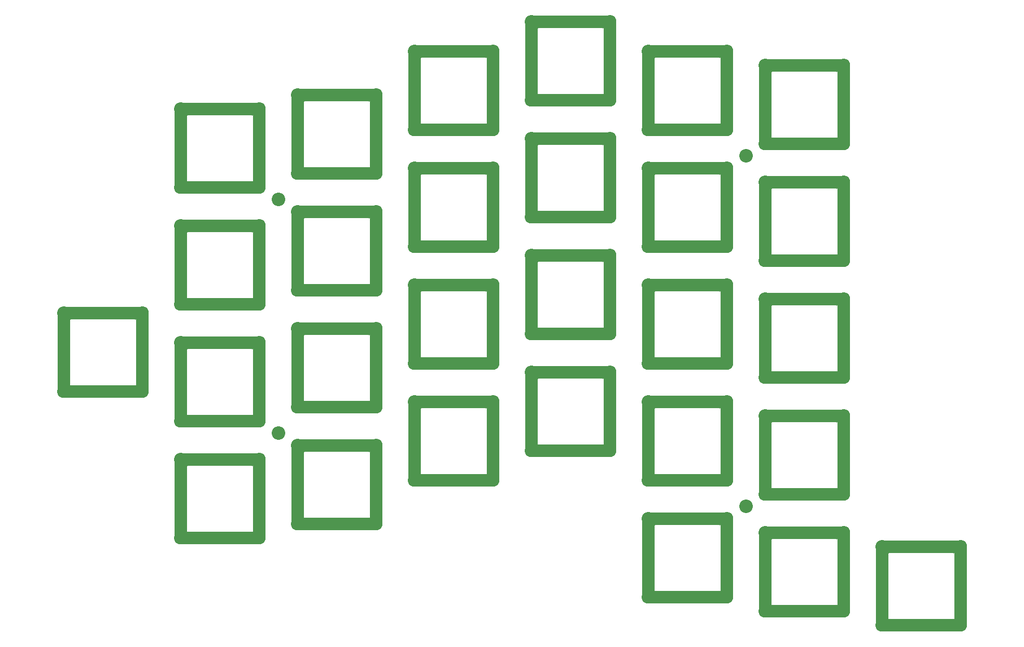
<source format=gbs>
G04 #@! TF.GenerationSoftware,KiCad,Pcbnew,(5.99.0-10902-g92c4596252)*
G04 #@! TF.CreationDate,2021-10-13T13:09:15+08:00*
G04 #@! TF.ProjectId,plate,706c6174-652e-46b6-9963-61645f706362,rev?*
G04 #@! TF.SameCoordinates,Original*
G04 #@! TF.FileFunction,Soldermask,Bot*
G04 #@! TF.FilePolarity,Negative*
%FSLAX46Y46*%
G04 Gerber Fmt 4.6, Leading zero omitted, Abs format (unit mm)*
G04 Created by KiCad (PCBNEW (5.99.0-10902-g92c4596252)) date 2021-10-13 13:09:15*
%MOMM*%
%LPD*%
G01*
G04 APERTURE LIST*
%ADD10C,2.202000*%
%ADD11O,2.102000X14.902000*%
%ADD12O,14.902000X2.102000*%
G04 APERTURE END LIST*
D10*
X184277000Y-73660000D03*
D11*
X187402000Y-122428000D03*
X200202000Y-122418000D03*
D12*
X193802000Y-128828000D03*
X193802000Y-116028000D03*
X117602000Y-101804000D03*
X117602000Y-114604000D03*
D11*
X124002000Y-108194000D03*
X111202000Y-108204000D03*
D12*
X136652000Y-113742000D03*
D11*
X143052000Y-120132000D03*
D12*
X136652000Y-126542000D03*
D11*
X130252000Y-120142000D03*
X168352000Y-120142000D03*
X181152000Y-120132000D03*
D12*
X174752000Y-113742000D03*
X174752000Y-126542000D03*
D11*
X181152000Y-62982000D03*
X168352000Y-62992000D03*
D12*
X174752000Y-69392000D03*
X174752000Y-56592000D03*
X155702000Y-51766000D03*
X155702000Y-64566000D03*
D11*
X162102000Y-58156000D03*
X149302000Y-58166000D03*
D12*
X155702000Y-108916000D03*
D11*
X162102000Y-115306000D03*
X149302000Y-115316000D03*
D12*
X155702000Y-121716000D03*
D11*
X104952000Y-72380000D03*
D12*
X98552000Y-65990000D03*
D11*
X92152000Y-72390000D03*
D12*
X98552000Y-78790000D03*
X98552000Y-104090000D03*
X98552000Y-116890000D03*
D11*
X92152000Y-110490000D03*
X104952000Y-110480000D03*
X124002000Y-127244000D03*
D12*
X117602000Y-133654000D03*
X117602000Y-120854000D03*
D11*
X111202000Y-127254000D03*
D12*
X174752000Y-88442000D03*
D11*
X168352000Y-82042000D03*
X181152000Y-82032000D03*
D12*
X174752000Y-75642000D03*
D10*
X108077000Y-80772000D03*
D12*
X193802000Y-77928000D03*
D11*
X187402000Y-84328000D03*
D12*
X193802000Y-90728000D03*
D11*
X200202000Y-84318000D03*
D12*
X193802000Y-147878000D03*
D11*
X187402000Y-141478000D03*
X200202000Y-141468000D03*
D12*
X193802000Y-135078000D03*
X174752000Y-145592000D03*
D11*
X168352000Y-139192000D03*
X181152000Y-139182000D03*
D12*
X174752000Y-132792000D03*
X117602000Y-95554000D03*
D11*
X124002000Y-89144000D03*
D12*
X117602000Y-82754000D03*
D11*
X111202000Y-89154000D03*
X219252000Y-143754000D03*
X206452000Y-143764000D03*
D12*
X212852000Y-137364000D03*
X212852000Y-150164000D03*
X98552000Y-85040000D03*
D11*
X104952000Y-91430000D03*
D12*
X98552000Y-97840000D03*
D11*
X92152000Y-91440000D03*
X143052000Y-101082000D03*
D12*
X136652000Y-107492000D03*
X136652000Y-94692000D03*
D11*
X130252000Y-101092000D03*
X149302000Y-96266000D03*
D12*
X155702000Y-102666000D03*
X155702000Y-89866000D03*
D11*
X162102000Y-96256000D03*
D12*
X155702000Y-70816000D03*
X155702000Y-83616000D03*
D11*
X149302000Y-77216000D03*
X162102000Y-77206000D03*
D10*
X108077000Y-118872000D03*
D11*
X187402000Y-65278000D03*
D12*
X193802000Y-58878000D03*
X193802000Y-71678000D03*
D11*
X200202000Y-65268000D03*
X143052000Y-82032000D03*
D12*
X136652000Y-75642000D03*
X136652000Y-88442000D03*
D11*
X130252000Y-82042000D03*
X181152000Y-101082000D03*
X168352000Y-101092000D03*
D12*
X174752000Y-94692000D03*
X174752000Y-107492000D03*
X79502000Y-99264000D03*
D11*
X73102000Y-105664000D03*
D12*
X79502000Y-112064000D03*
D11*
X85902000Y-105654000D03*
D10*
X184277000Y-130810000D03*
D12*
X117602000Y-63704000D03*
D11*
X111202000Y-70104000D03*
X124002000Y-70094000D03*
D12*
X117602000Y-76504000D03*
D11*
X143052000Y-62982000D03*
D12*
X136652000Y-56592000D03*
X136652000Y-69392000D03*
D11*
X130252000Y-62992000D03*
D12*
X98552000Y-135940000D03*
D11*
X92152000Y-129540000D03*
X104952000Y-129530000D03*
D12*
X98552000Y-123140000D03*
D11*
X187402000Y-103378000D03*
X200202000Y-103368000D03*
D12*
X193802000Y-96978000D03*
X193802000Y-109778000D03*
G36*
X218202732Y-138414000D02*
G01*
X218203000Y-138415000D01*
X218203000Y-138539999D01*
X218202000Y-138541731D01*
X218200000Y-138541731D01*
X218199081Y-138540562D01*
X218179404Y-138473547D01*
X218127001Y-138428141D01*
X218075787Y-138417000D01*
X207628286Y-138417000D01*
X207561547Y-138436596D01*
X207516141Y-138488999D01*
X207504954Y-138540424D01*
X207503609Y-138541904D01*
X207501655Y-138541479D01*
X207501000Y-138539999D01*
X207501000Y-138415000D01*
X207502000Y-138413268D01*
X207503000Y-138413000D01*
X218201000Y-138413000D01*
X218202732Y-138414000D01*
G37*
G36*
X199152732Y-136128000D02*
G01*
X199153000Y-136129000D01*
X199153000Y-136253999D01*
X199152000Y-136255731D01*
X199150000Y-136255731D01*
X199149081Y-136254562D01*
X199129404Y-136187547D01*
X199077001Y-136142141D01*
X199025787Y-136131000D01*
X188578286Y-136131000D01*
X188511547Y-136150596D01*
X188466141Y-136202999D01*
X188454954Y-136254424D01*
X188453609Y-136255904D01*
X188451655Y-136255479D01*
X188451000Y-136253999D01*
X188451000Y-136129000D01*
X188452000Y-136127268D01*
X188453000Y-136127000D01*
X199151000Y-136127000D01*
X199152732Y-136128000D01*
G37*
G36*
X180102732Y-133842000D02*
G01*
X180103000Y-133843000D01*
X180103000Y-133967999D01*
X180102000Y-133969731D01*
X180100000Y-133969731D01*
X180099081Y-133968562D01*
X180079404Y-133901547D01*
X180027001Y-133856141D01*
X179975787Y-133845000D01*
X169528286Y-133845000D01*
X169461547Y-133864596D01*
X169416141Y-133916999D01*
X169404954Y-133968424D01*
X169403609Y-133969904D01*
X169401655Y-133969479D01*
X169401000Y-133967999D01*
X169401000Y-133843000D01*
X169402000Y-133841268D01*
X169403000Y-133841000D01*
X180101000Y-133841000D01*
X180102732Y-133842000D01*
G37*
G36*
X103902732Y-124190000D02*
G01*
X103903000Y-124191000D01*
X103903000Y-124315999D01*
X103902000Y-124317731D01*
X103900000Y-124317731D01*
X103899081Y-124316562D01*
X103879404Y-124249547D01*
X103827001Y-124204141D01*
X103775787Y-124193000D01*
X93328286Y-124193000D01*
X93261547Y-124212596D01*
X93216141Y-124264999D01*
X93204954Y-124316424D01*
X93203609Y-124317904D01*
X93201655Y-124317479D01*
X93201000Y-124315999D01*
X93201000Y-124191000D01*
X93202000Y-124189268D01*
X93203000Y-124189000D01*
X103901000Y-124189000D01*
X103902732Y-124190000D01*
G37*
G36*
X122952732Y-121904000D02*
G01*
X122953000Y-121905000D01*
X122953000Y-122029999D01*
X122952000Y-122031731D01*
X122950000Y-122031731D01*
X122949081Y-122030562D01*
X122929404Y-121963547D01*
X122877001Y-121918141D01*
X122825787Y-121907000D01*
X112378286Y-121907000D01*
X112311547Y-121926596D01*
X112266141Y-121978999D01*
X112254954Y-122030424D01*
X112253609Y-122031904D01*
X112251655Y-122031479D01*
X112251000Y-122029999D01*
X112251000Y-121905000D01*
X112252000Y-121903268D01*
X112253000Y-121903000D01*
X122951000Y-121903000D01*
X122952732Y-121904000D01*
G37*
G36*
X199152732Y-117078000D02*
G01*
X199153000Y-117079000D01*
X199153000Y-117203999D01*
X199152000Y-117205731D01*
X199150000Y-117205731D01*
X199149081Y-117204562D01*
X199129404Y-117137547D01*
X199077001Y-117092141D01*
X199025787Y-117081000D01*
X188578286Y-117081000D01*
X188511547Y-117100596D01*
X188466141Y-117152999D01*
X188454954Y-117204424D01*
X188453609Y-117205904D01*
X188451655Y-117205479D01*
X188451000Y-117203999D01*
X188451000Y-117079000D01*
X188452000Y-117077268D01*
X188453000Y-117077000D01*
X199151000Y-117077000D01*
X199152732Y-117078000D01*
G37*
G36*
X180102732Y-114792000D02*
G01*
X180103000Y-114793000D01*
X180103000Y-114917999D01*
X180102000Y-114919731D01*
X180100000Y-114919731D01*
X180099081Y-114918562D01*
X180079404Y-114851547D01*
X180027001Y-114806141D01*
X179975787Y-114795000D01*
X169528286Y-114795000D01*
X169461547Y-114814596D01*
X169416141Y-114866999D01*
X169404954Y-114918424D01*
X169403609Y-114919904D01*
X169401655Y-114919479D01*
X169401000Y-114917999D01*
X169401000Y-114793000D01*
X169402000Y-114791268D01*
X169403000Y-114791000D01*
X180101000Y-114791000D01*
X180102732Y-114792000D01*
G37*
G36*
X142002732Y-114792000D02*
G01*
X142003000Y-114793000D01*
X142003000Y-114917999D01*
X142002000Y-114919731D01*
X142000000Y-114919731D01*
X141999081Y-114918562D01*
X141979404Y-114851547D01*
X141927001Y-114806141D01*
X141875787Y-114795000D01*
X131428286Y-114795000D01*
X131361547Y-114814596D01*
X131316141Y-114866999D01*
X131304954Y-114918424D01*
X131303609Y-114919904D01*
X131301655Y-114919479D01*
X131301000Y-114917999D01*
X131301000Y-114793000D01*
X131302000Y-114791268D01*
X131303000Y-114791000D01*
X142001000Y-114791000D01*
X142002732Y-114792000D01*
G37*
G36*
X161052732Y-109966000D02*
G01*
X161053000Y-109967000D01*
X161053000Y-110091999D01*
X161052000Y-110093731D01*
X161050000Y-110093731D01*
X161049081Y-110092562D01*
X161029404Y-110025547D01*
X160977001Y-109980141D01*
X160925787Y-109969000D01*
X150478286Y-109969000D01*
X150411547Y-109988596D01*
X150366141Y-110040999D01*
X150354954Y-110092424D01*
X150353609Y-110093904D01*
X150351655Y-110093479D01*
X150351000Y-110091999D01*
X150351000Y-109967000D01*
X150352000Y-109965268D01*
X150353000Y-109965000D01*
X161051000Y-109965000D01*
X161052732Y-109966000D01*
G37*
G36*
X103902732Y-105140000D02*
G01*
X103903000Y-105141000D01*
X103903000Y-105265999D01*
X103902000Y-105267731D01*
X103900000Y-105267731D01*
X103899081Y-105266562D01*
X103879404Y-105199547D01*
X103827001Y-105154141D01*
X103775787Y-105143000D01*
X93328286Y-105143000D01*
X93261547Y-105162596D01*
X93216141Y-105214999D01*
X93204954Y-105266424D01*
X93203609Y-105267904D01*
X93201655Y-105267479D01*
X93201000Y-105265999D01*
X93201000Y-105141000D01*
X93202000Y-105139268D01*
X93203000Y-105139000D01*
X103901000Y-105139000D01*
X103902732Y-105140000D01*
G37*
G36*
X122952732Y-102854000D02*
G01*
X122953000Y-102855000D01*
X122953000Y-102979999D01*
X122952000Y-102981731D01*
X122950000Y-102981731D01*
X122949081Y-102980562D01*
X122929404Y-102913547D01*
X122877001Y-102868141D01*
X122825787Y-102857000D01*
X112378286Y-102857000D01*
X112311547Y-102876596D01*
X112266141Y-102928999D01*
X112254954Y-102980424D01*
X112253609Y-102981904D01*
X112251655Y-102981479D01*
X112251000Y-102979999D01*
X112251000Y-102855000D01*
X112252000Y-102853268D01*
X112253000Y-102853000D01*
X122951000Y-102853000D01*
X122952732Y-102854000D01*
G37*
G36*
X84852732Y-100314000D02*
G01*
X84853000Y-100315000D01*
X84853000Y-100439999D01*
X84852000Y-100441731D01*
X84850000Y-100441731D01*
X84849081Y-100440562D01*
X84829404Y-100373547D01*
X84777001Y-100328141D01*
X84725787Y-100317000D01*
X74278286Y-100317000D01*
X74211547Y-100336596D01*
X74166141Y-100388999D01*
X74154954Y-100440424D01*
X74153609Y-100441904D01*
X74151655Y-100441479D01*
X74151000Y-100439999D01*
X74151000Y-100315000D01*
X74152000Y-100313268D01*
X74153000Y-100313000D01*
X84851000Y-100313000D01*
X84852732Y-100314000D01*
G37*
G36*
X199152732Y-98028000D02*
G01*
X199153000Y-98029000D01*
X199153000Y-98153999D01*
X199152000Y-98155731D01*
X199150000Y-98155731D01*
X199149081Y-98154562D01*
X199129404Y-98087547D01*
X199077001Y-98042141D01*
X199025787Y-98031000D01*
X188578286Y-98031000D01*
X188511547Y-98050596D01*
X188466141Y-98102999D01*
X188454954Y-98154424D01*
X188453609Y-98155904D01*
X188451655Y-98155479D01*
X188451000Y-98153999D01*
X188451000Y-98029000D01*
X188452000Y-98027268D01*
X188453000Y-98027000D01*
X199151000Y-98027000D01*
X199152732Y-98028000D01*
G37*
G36*
X142002732Y-95742000D02*
G01*
X142003000Y-95743000D01*
X142003000Y-95867999D01*
X142002000Y-95869731D01*
X142000000Y-95869731D01*
X141999081Y-95868562D01*
X141979404Y-95801547D01*
X141927001Y-95756141D01*
X141875787Y-95745000D01*
X131428286Y-95745000D01*
X131361547Y-95764596D01*
X131316141Y-95816999D01*
X131304954Y-95868424D01*
X131303609Y-95869904D01*
X131301655Y-95869479D01*
X131301000Y-95867999D01*
X131301000Y-95743000D01*
X131302000Y-95741268D01*
X131303000Y-95741000D01*
X142001000Y-95741000D01*
X142002732Y-95742000D01*
G37*
G36*
X180102732Y-95742000D02*
G01*
X180103000Y-95743000D01*
X180103000Y-95867999D01*
X180102000Y-95869731D01*
X180100000Y-95869731D01*
X180099081Y-95868562D01*
X180079404Y-95801547D01*
X180027001Y-95756141D01*
X179975787Y-95745000D01*
X169528286Y-95745000D01*
X169461547Y-95764596D01*
X169416141Y-95816999D01*
X169404954Y-95868424D01*
X169403609Y-95869904D01*
X169401655Y-95869479D01*
X169401000Y-95867999D01*
X169401000Y-95743000D01*
X169402000Y-95741268D01*
X169403000Y-95741000D01*
X180101000Y-95741000D01*
X180102732Y-95742000D01*
G37*
G36*
X161052732Y-90916000D02*
G01*
X161053000Y-90917000D01*
X161053000Y-91041999D01*
X161052000Y-91043731D01*
X161050000Y-91043731D01*
X161049081Y-91042562D01*
X161029404Y-90975547D01*
X160977001Y-90930141D01*
X160925787Y-90919000D01*
X150478286Y-90919000D01*
X150411547Y-90938596D01*
X150366141Y-90990999D01*
X150354954Y-91042424D01*
X150353609Y-91043904D01*
X150351655Y-91043479D01*
X150351000Y-91041999D01*
X150351000Y-90917000D01*
X150352000Y-90915268D01*
X150353000Y-90915000D01*
X161051000Y-90915000D01*
X161052732Y-90916000D01*
G37*
G36*
X103902732Y-86090000D02*
G01*
X103903000Y-86091000D01*
X103903000Y-86215999D01*
X103902000Y-86217731D01*
X103900000Y-86217731D01*
X103899081Y-86216562D01*
X103879404Y-86149547D01*
X103827001Y-86104141D01*
X103775787Y-86093000D01*
X93328286Y-86093000D01*
X93261547Y-86112596D01*
X93216141Y-86164999D01*
X93204954Y-86216424D01*
X93203609Y-86217904D01*
X93201655Y-86217479D01*
X93201000Y-86215999D01*
X93201000Y-86091000D01*
X93202000Y-86089268D01*
X93203000Y-86089000D01*
X103901000Y-86089000D01*
X103902732Y-86090000D01*
G37*
G36*
X122952732Y-83804000D02*
G01*
X122953000Y-83805000D01*
X122953000Y-83929999D01*
X122952000Y-83931731D01*
X122950000Y-83931731D01*
X122949081Y-83930562D01*
X122929404Y-83863547D01*
X122877001Y-83818141D01*
X122825787Y-83807000D01*
X112378286Y-83807000D01*
X112311547Y-83826596D01*
X112266141Y-83878999D01*
X112254954Y-83930424D01*
X112253609Y-83931904D01*
X112251655Y-83931479D01*
X112251000Y-83929999D01*
X112251000Y-83805000D01*
X112252000Y-83803268D01*
X112253000Y-83803000D01*
X122951000Y-83803000D01*
X122952732Y-83804000D01*
G37*
G36*
X199152732Y-78978000D02*
G01*
X199153000Y-78979000D01*
X199153000Y-79103999D01*
X199152000Y-79105731D01*
X199150000Y-79105731D01*
X199149081Y-79104562D01*
X199129404Y-79037547D01*
X199077001Y-78992141D01*
X199025787Y-78981000D01*
X188578286Y-78981000D01*
X188511547Y-79000596D01*
X188466141Y-79052999D01*
X188454954Y-79104424D01*
X188453609Y-79105904D01*
X188451655Y-79105479D01*
X188451000Y-79103999D01*
X188451000Y-78979000D01*
X188452000Y-78977268D01*
X188453000Y-78977000D01*
X199151000Y-78977000D01*
X199152732Y-78978000D01*
G37*
G36*
X142002732Y-76692000D02*
G01*
X142003000Y-76693000D01*
X142003000Y-76817999D01*
X142002000Y-76819731D01*
X142000000Y-76819731D01*
X141999081Y-76818562D01*
X141979404Y-76751547D01*
X141927001Y-76706141D01*
X141875787Y-76695000D01*
X131428286Y-76695000D01*
X131361547Y-76714596D01*
X131316141Y-76766999D01*
X131304954Y-76818424D01*
X131303609Y-76819904D01*
X131301655Y-76819479D01*
X131301000Y-76817999D01*
X131301000Y-76693000D01*
X131302000Y-76691268D01*
X131303000Y-76691000D01*
X142001000Y-76691000D01*
X142002732Y-76692000D01*
G37*
G36*
X180102732Y-76692000D02*
G01*
X180103000Y-76693000D01*
X180103000Y-76817999D01*
X180102000Y-76819731D01*
X180100000Y-76819731D01*
X180099081Y-76818562D01*
X180079404Y-76751547D01*
X180027001Y-76706141D01*
X179975787Y-76695000D01*
X169528286Y-76695000D01*
X169461547Y-76714596D01*
X169416141Y-76766999D01*
X169404954Y-76818424D01*
X169403609Y-76819904D01*
X169401655Y-76819479D01*
X169401000Y-76817999D01*
X169401000Y-76693000D01*
X169402000Y-76691268D01*
X169403000Y-76691000D01*
X180101000Y-76691000D01*
X180102732Y-76692000D01*
G37*
G36*
X161052732Y-71866000D02*
G01*
X161053000Y-71867000D01*
X161053000Y-71991999D01*
X161052000Y-71993731D01*
X161050000Y-71993731D01*
X161049081Y-71992562D01*
X161029404Y-71925547D01*
X160977001Y-71880141D01*
X160925787Y-71869000D01*
X150478286Y-71869000D01*
X150411547Y-71888596D01*
X150366141Y-71940999D01*
X150354954Y-71992424D01*
X150353609Y-71993904D01*
X150351655Y-71993479D01*
X150351000Y-71991999D01*
X150351000Y-71867000D01*
X150352000Y-71865268D01*
X150353000Y-71865000D01*
X161051000Y-71865000D01*
X161052732Y-71866000D01*
G37*
G36*
X103902732Y-67040000D02*
G01*
X103903000Y-67041000D01*
X103903000Y-67165999D01*
X103902000Y-67167731D01*
X103900000Y-67167731D01*
X103899081Y-67166562D01*
X103879404Y-67099547D01*
X103827001Y-67054141D01*
X103775787Y-67043000D01*
X93328286Y-67043000D01*
X93261547Y-67062596D01*
X93216141Y-67114999D01*
X93204954Y-67166424D01*
X93203609Y-67167904D01*
X93201655Y-67167479D01*
X93201000Y-67165999D01*
X93201000Y-67041000D01*
X93202000Y-67039268D01*
X93203000Y-67039000D01*
X103901000Y-67039000D01*
X103902732Y-67040000D01*
G37*
G36*
X122952732Y-64754000D02*
G01*
X122953000Y-64755000D01*
X122953000Y-64879999D01*
X122952000Y-64881731D01*
X122950000Y-64881731D01*
X122949081Y-64880562D01*
X122929404Y-64813547D01*
X122877001Y-64768141D01*
X122825787Y-64757000D01*
X112378286Y-64757000D01*
X112311547Y-64776596D01*
X112266141Y-64828999D01*
X112254954Y-64880424D01*
X112253609Y-64881904D01*
X112251655Y-64881479D01*
X112251000Y-64879999D01*
X112251000Y-64755000D01*
X112252000Y-64753268D01*
X112253000Y-64753000D01*
X122951000Y-64753000D01*
X122952732Y-64754000D01*
G37*
G36*
X199152732Y-59928000D02*
G01*
X199153000Y-59929000D01*
X199153000Y-60053999D01*
X199152000Y-60055731D01*
X199150000Y-60055731D01*
X199149081Y-60054562D01*
X199129404Y-59987547D01*
X199077001Y-59942141D01*
X199025787Y-59931000D01*
X188578286Y-59931000D01*
X188511547Y-59950596D01*
X188466141Y-60002999D01*
X188454954Y-60054424D01*
X188453609Y-60055904D01*
X188451655Y-60055479D01*
X188451000Y-60053999D01*
X188451000Y-59929000D01*
X188452000Y-59927268D01*
X188453000Y-59927000D01*
X199151000Y-59927000D01*
X199152732Y-59928000D01*
G37*
G36*
X142002732Y-57642000D02*
G01*
X142003000Y-57643000D01*
X142003000Y-57767999D01*
X142002000Y-57769731D01*
X142000000Y-57769731D01*
X141999081Y-57768562D01*
X141979404Y-57701547D01*
X141927001Y-57656141D01*
X141875787Y-57645000D01*
X131428286Y-57645000D01*
X131361547Y-57664596D01*
X131316141Y-57716999D01*
X131304954Y-57768424D01*
X131303609Y-57769904D01*
X131301655Y-57769479D01*
X131301000Y-57767999D01*
X131301000Y-57643000D01*
X131302000Y-57641268D01*
X131303000Y-57641000D01*
X142001000Y-57641000D01*
X142002732Y-57642000D01*
G37*
G36*
X180102732Y-57642000D02*
G01*
X180103000Y-57643000D01*
X180103000Y-57767999D01*
X180102000Y-57769731D01*
X180100000Y-57769731D01*
X180099081Y-57768562D01*
X180079404Y-57701547D01*
X180027001Y-57656141D01*
X179975787Y-57645000D01*
X169528286Y-57645000D01*
X169461547Y-57664596D01*
X169416141Y-57716999D01*
X169404954Y-57768424D01*
X169403609Y-57769904D01*
X169401655Y-57769479D01*
X169401000Y-57767999D01*
X169401000Y-57643000D01*
X169402000Y-57641268D01*
X169403000Y-57641000D01*
X180101000Y-57641000D01*
X180102732Y-57642000D01*
G37*
G36*
X161052732Y-52816000D02*
G01*
X161053000Y-52817000D01*
X161053000Y-52941999D01*
X161052000Y-52943731D01*
X161050000Y-52943731D01*
X161049081Y-52942562D01*
X161029404Y-52875547D01*
X160977001Y-52830141D01*
X160925787Y-52819000D01*
X150478286Y-52819000D01*
X150411547Y-52838596D01*
X150366141Y-52890999D01*
X150354954Y-52942424D01*
X150353609Y-52943904D01*
X150351655Y-52943479D01*
X150351000Y-52941999D01*
X150351000Y-52817000D01*
X150352000Y-52815268D01*
X150353000Y-52815000D01*
X161051000Y-52815000D01*
X161052732Y-52816000D01*
G37*
M02*

</source>
